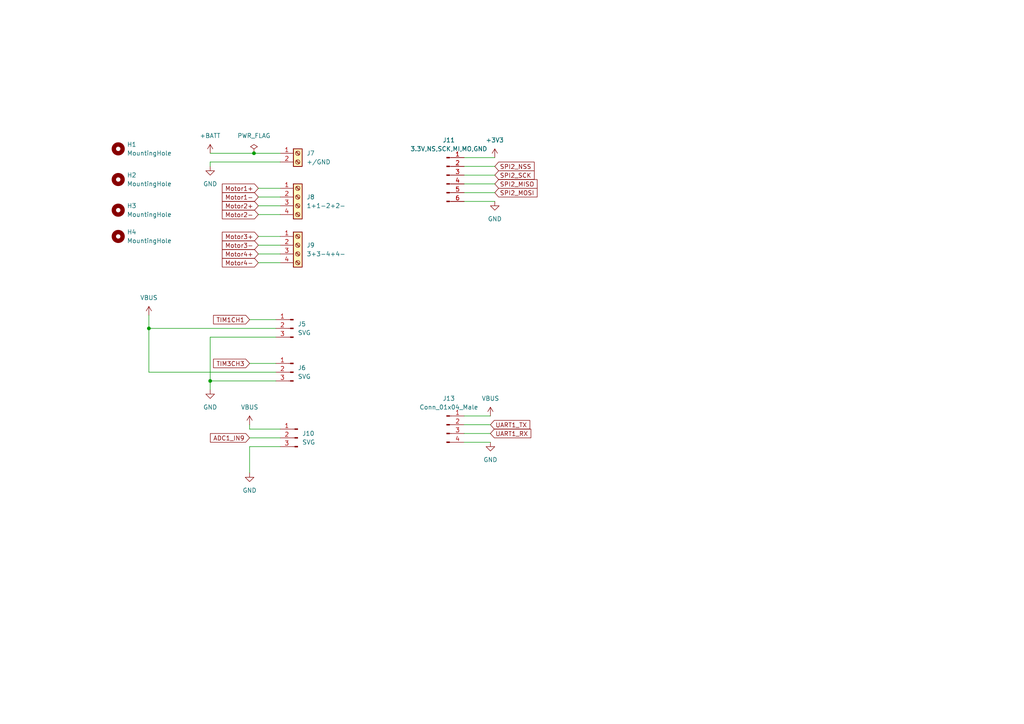
<source format=kicad_sch>
(kicad_sch (version 20211123) (generator eeschema)

  (uuid 55882d92-db91-4726-a6fe-315ca90a73f1)

  (paper "A4")

  (title_block
    (title "Robotic navigation system ")
    (date "2/26/2022")
    (company "Solarwind robotics")
  )

  (lib_symbols
    (symbol "Connector:Conn_01x03_Male" (pin_names (offset 1.016) hide) (in_bom yes) (on_board yes)
      (property "Reference" "J" (id 0) (at 0 5.08 0)
        (effects (font (size 1.27 1.27)))
      )
      (property "Value" "Conn_01x03_Male" (id 1) (at 0 -5.08 0)
        (effects (font (size 1.27 1.27)))
      )
      (property "Footprint" "" (id 2) (at 0 0 0)
        (effects (font (size 1.27 1.27)) hide)
      )
      (property "Datasheet" "~" (id 3) (at 0 0 0)
        (effects (font (size 1.27 1.27)) hide)
      )
      (property "ki_keywords" "connector" (id 4) (at 0 0 0)
        (effects (font (size 1.27 1.27)) hide)
      )
      (property "ki_description" "Generic connector, single row, 01x03, script generated (kicad-library-utils/schlib/autogen/connector/)" (id 5) (at 0 0 0)
        (effects (font (size 1.27 1.27)) hide)
      )
      (property "ki_fp_filters" "Connector*:*_1x??_*" (id 6) (at 0 0 0)
        (effects (font (size 1.27 1.27)) hide)
      )
      (symbol "Conn_01x03_Male_1_1"
        (polyline
          (pts
            (xy 1.27 -2.54)
            (xy 0.8636 -2.54)
          )
          (stroke (width 0.1524) (type default) (color 0 0 0 0))
          (fill (type none))
        )
        (polyline
          (pts
            (xy 1.27 0)
            (xy 0.8636 0)
          )
          (stroke (width 0.1524) (type default) (color 0 0 0 0))
          (fill (type none))
        )
        (polyline
          (pts
            (xy 1.27 2.54)
            (xy 0.8636 2.54)
          )
          (stroke (width 0.1524) (type default) (color 0 0 0 0))
          (fill (type none))
        )
        (rectangle (start 0.8636 -2.413) (end 0 -2.667)
          (stroke (width 0.1524) (type default) (color 0 0 0 0))
          (fill (type outline))
        )
        (rectangle (start 0.8636 0.127) (end 0 -0.127)
          (stroke (width 0.1524) (type default) (color 0 0 0 0))
          (fill (type outline))
        )
        (rectangle (start 0.8636 2.667) (end 0 2.413)
          (stroke (width 0.1524) (type default) (color 0 0 0 0))
          (fill (type outline))
        )
        (pin passive line (at 5.08 2.54 180) (length 3.81)
          (name "Pin_1" (effects (font (size 1.27 1.27))))
          (number "1" (effects (font (size 1.27 1.27))))
        )
        (pin passive line (at 5.08 0 180) (length 3.81)
          (name "Pin_2" (effects (font (size 1.27 1.27))))
          (number "2" (effects (font (size 1.27 1.27))))
        )
        (pin passive line (at 5.08 -2.54 180) (length 3.81)
          (name "Pin_3" (effects (font (size 1.27 1.27))))
          (number "3" (effects (font (size 1.27 1.27))))
        )
      )
    )
    (symbol "Connector:Conn_01x04_Male" (pin_names (offset 1.016) hide) (in_bom yes) (on_board yes)
      (property "Reference" "J" (id 0) (at 0 5.08 0)
        (effects (font (size 1.27 1.27)))
      )
      (property "Value" "Conn_01x04_Male" (id 1) (at 0 -7.62 0)
        (effects (font (size 1.27 1.27)))
      )
      (property "Footprint" "" (id 2) (at 0 0 0)
        (effects (font (size 1.27 1.27)) hide)
      )
      (property "Datasheet" "~" (id 3) (at 0 0 0)
        (effects (font (size 1.27 1.27)) hide)
      )
      (property "ki_keywords" "connector" (id 4) (at 0 0 0)
        (effects (font (size 1.27 1.27)) hide)
      )
      (property "ki_description" "Generic connector, single row, 01x04, script generated (kicad-library-utils/schlib/autogen/connector/)" (id 5) (at 0 0 0)
        (effects (font (size 1.27 1.27)) hide)
      )
      (property "ki_fp_filters" "Connector*:*_1x??_*" (id 6) (at 0 0 0)
        (effects (font (size 1.27 1.27)) hide)
      )
      (symbol "Conn_01x04_Male_1_1"
        (polyline
          (pts
            (xy 1.27 -5.08)
            (xy 0.8636 -5.08)
          )
          (stroke (width 0.1524) (type default) (color 0 0 0 0))
          (fill (type none))
        )
        (polyline
          (pts
            (xy 1.27 -2.54)
            (xy 0.8636 -2.54)
          )
          (stroke (width 0.1524) (type default) (color 0 0 0 0))
          (fill (type none))
        )
        (polyline
          (pts
            (xy 1.27 0)
            (xy 0.8636 0)
          )
          (stroke (width 0.1524) (type default) (color 0 0 0 0))
          (fill (type none))
        )
        (polyline
          (pts
            (xy 1.27 2.54)
            (xy 0.8636 2.54)
          )
          (stroke (width 0.1524) (type default) (color 0 0 0 0))
          (fill (type none))
        )
        (rectangle (start 0.8636 -4.953) (end 0 -5.207)
          (stroke (width 0.1524) (type default) (color 0 0 0 0))
          (fill (type outline))
        )
        (rectangle (start 0.8636 -2.413) (end 0 -2.667)
          (stroke (width 0.1524) (type default) (color 0 0 0 0))
          (fill (type outline))
        )
        (rectangle (start 0.8636 0.127) (end 0 -0.127)
          (stroke (width 0.1524) (type default) (color 0 0 0 0))
          (fill (type outline))
        )
        (rectangle (start 0.8636 2.667) (end 0 2.413)
          (stroke (width 0.1524) (type default) (color 0 0 0 0))
          (fill (type outline))
        )
        (pin passive line (at 5.08 2.54 180) (length 3.81)
          (name "Pin_1" (effects (font (size 1.27 1.27))))
          (number "1" (effects (font (size 1.27 1.27))))
        )
        (pin passive line (at 5.08 0 180) (length 3.81)
          (name "Pin_2" (effects (font (size 1.27 1.27))))
          (number "2" (effects (font (size 1.27 1.27))))
        )
        (pin passive line (at 5.08 -2.54 180) (length 3.81)
          (name "Pin_3" (effects (font (size 1.27 1.27))))
          (number "3" (effects (font (size 1.27 1.27))))
        )
        (pin passive line (at 5.08 -5.08 180) (length 3.81)
          (name "Pin_4" (effects (font (size 1.27 1.27))))
          (number "4" (effects (font (size 1.27 1.27))))
        )
      )
    )
    (symbol "Connector:Conn_01x06_Male" (pin_names (offset 1.016) hide) (in_bom yes) (on_board yes)
      (property "Reference" "J" (id 0) (at 0 7.62 0)
        (effects (font (size 1.27 1.27)))
      )
      (property "Value" "Conn_01x06_Male" (id 1) (at 0 -10.16 0)
        (effects (font (size 1.27 1.27)))
      )
      (property "Footprint" "" (id 2) (at 0 0 0)
        (effects (font (size 1.27 1.27)) hide)
      )
      (property "Datasheet" "~" (id 3) (at 0 0 0)
        (effects (font (size 1.27 1.27)) hide)
      )
      (property "ki_keywords" "connector" (id 4) (at 0 0 0)
        (effects (font (size 1.27 1.27)) hide)
      )
      (property "ki_description" "Generic connector, single row, 01x06, script generated (kicad-library-utils/schlib/autogen/connector/)" (id 5) (at 0 0 0)
        (effects (font (size 1.27 1.27)) hide)
      )
      (property "ki_fp_filters" "Connector*:*_1x??_*" (id 6) (at 0 0 0)
        (effects (font (size 1.27 1.27)) hide)
      )
      (symbol "Conn_01x06_Male_1_1"
        (polyline
          (pts
            (xy 1.27 -7.62)
            (xy 0.8636 -7.62)
          )
          (stroke (width 0.1524) (type default) (color 0 0 0 0))
          (fill (type none))
        )
        (polyline
          (pts
            (xy 1.27 -5.08)
            (xy 0.8636 -5.08)
          )
          (stroke (width 0.1524) (type default) (color 0 0 0 0))
          (fill (type none))
        )
        (polyline
          (pts
            (xy 1.27 -2.54)
            (xy 0.8636 -2.54)
          )
          (stroke (width 0.1524) (type default) (color 0 0 0 0))
          (fill (type none))
        )
        (polyline
          (pts
            (xy 1.27 0)
            (xy 0.8636 0)
          )
          (stroke (width 0.1524) (type default) (color 0 0 0 0))
          (fill (type none))
        )
        (polyline
          (pts
            (xy 1.27 2.54)
            (xy 0.8636 2.54)
          )
          (stroke (width 0.1524) (type default) (color 0 0 0 0))
          (fill (type none))
        )
        (polyline
          (pts
            (xy 1.27 5.08)
            (xy 0.8636 5.08)
          )
          (stroke (width 0.1524) (type default) (color 0 0 0 0))
          (fill (type none))
        )
        (rectangle (start 0.8636 -7.493) (end 0 -7.747)
          (stroke (width 0.1524) (type default) (color 0 0 0 0))
          (fill (type outline))
        )
        (rectangle (start 0.8636 -4.953) (end 0 -5.207)
          (stroke (width 0.1524) (type default) (color 0 0 0 0))
          (fill (type outline))
        )
        (rectangle (start 0.8636 -2.413) (end 0 -2.667)
          (stroke (width 0.1524) (type default) (color 0 0 0 0))
          (fill (type outline))
        )
        (rectangle (start 0.8636 0.127) (end 0 -0.127)
          (stroke (width 0.1524) (type default) (color 0 0 0 0))
          (fill (type outline))
        )
        (rectangle (start 0.8636 2.667) (end 0 2.413)
          (stroke (width 0.1524) (type default) (color 0 0 0 0))
          (fill (type outline))
        )
        (rectangle (start 0.8636 5.207) (end 0 4.953)
          (stroke (width 0.1524) (type default) (color 0 0 0 0))
          (fill (type outline))
        )
        (pin passive line (at 5.08 5.08 180) (length 3.81)
          (name "Pin_1" (effects (font (size 1.27 1.27))))
          (number "1" (effects (font (size 1.27 1.27))))
        )
        (pin passive line (at 5.08 2.54 180) (length 3.81)
          (name "Pin_2" (effects (font (size 1.27 1.27))))
          (number "2" (effects (font (size 1.27 1.27))))
        )
        (pin passive line (at 5.08 0 180) (length 3.81)
          (name "Pin_3" (effects (font (size 1.27 1.27))))
          (number "3" (effects (font (size 1.27 1.27))))
        )
        (pin passive line (at 5.08 -2.54 180) (length 3.81)
          (name "Pin_4" (effects (font (size 1.27 1.27))))
          (number "4" (effects (font (size 1.27 1.27))))
        )
        (pin passive line (at 5.08 -5.08 180) (length 3.81)
          (name "Pin_5" (effects (font (size 1.27 1.27))))
          (number "5" (effects (font (size 1.27 1.27))))
        )
        (pin passive line (at 5.08 -7.62 180) (length 3.81)
          (name "Pin_6" (effects (font (size 1.27 1.27))))
          (number "6" (effects (font (size 1.27 1.27))))
        )
      )
    )
    (symbol "Connector:Screw_Terminal_01x02" (pin_names (offset 1.016) hide) (in_bom yes) (on_board yes)
      (property "Reference" "J" (id 0) (at 0 2.54 0)
        (effects (font (size 1.27 1.27)))
      )
      (property "Value" "Screw_Terminal_01x02" (id 1) (at 0 -5.08 0)
        (effects (font (size 1.27 1.27)))
      )
      (property "Footprint" "" (id 2) (at 0 0 0)
        (effects (font (size 1.27 1.27)) hide)
      )
      (property "Datasheet" "~" (id 3) (at 0 0 0)
        (effects (font (size 1.27 1.27)) hide)
      )
      (property "ki_keywords" "screw terminal" (id 4) (at 0 0 0)
        (effects (font (size 1.27 1.27)) hide)
      )
      (property "ki_description" "Generic screw terminal, single row, 01x02, script generated (kicad-library-utils/schlib/autogen/connector/)" (id 5) (at 0 0 0)
        (effects (font (size 1.27 1.27)) hide)
      )
      (property "ki_fp_filters" "TerminalBlock*:*" (id 6) (at 0 0 0)
        (effects (font (size 1.27 1.27)) hide)
      )
      (symbol "Screw_Terminal_01x02_1_1"
        (rectangle (start -1.27 1.27) (end 1.27 -3.81)
          (stroke (width 0.254) (type default) (color 0 0 0 0))
          (fill (type background))
        )
        (circle (center 0 -2.54) (radius 0.635)
          (stroke (width 0.1524) (type default) (color 0 0 0 0))
          (fill (type none))
        )
        (polyline
          (pts
            (xy -0.5334 -2.2098)
            (xy 0.3302 -3.048)
          )
          (stroke (width 0.1524) (type default) (color 0 0 0 0))
          (fill (type none))
        )
        (polyline
          (pts
            (xy -0.5334 0.3302)
            (xy 0.3302 -0.508)
          )
          (stroke (width 0.1524) (type default) (color 0 0 0 0))
          (fill (type none))
        )
        (polyline
          (pts
            (xy -0.3556 -2.032)
            (xy 0.508 -2.8702)
          )
          (stroke (width 0.1524) (type default) (color 0 0 0 0))
          (fill (type none))
        )
        (polyline
          (pts
            (xy -0.3556 0.508)
            (xy 0.508 -0.3302)
          )
          (stroke (width 0.1524) (type default) (color 0 0 0 0))
          (fill (type none))
        )
        (circle (center 0 0) (radius 0.635)
          (stroke (width 0.1524) (type default) (color 0 0 0 0))
          (fill (type none))
        )
        (pin passive line (at -5.08 0 0) (length 3.81)
          (name "Pin_1" (effects (font (size 1.27 1.27))))
          (number "1" (effects (font (size 1.27 1.27))))
        )
        (pin passive line (at -5.08 -2.54 0) (length 3.81)
          (name "Pin_2" (effects (font (size 1.27 1.27))))
          (number "2" (effects (font (size 1.27 1.27))))
        )
      )
    )
    (symbol "Connector:Screw_Terminal_01x04" (pin_names (offset 1.016) hide) (in_bom yes) (on_board yes)
      (property "Reference" "J" (id 0) (at 0 5.08 0)
        (effects (font (size 1.27 1.27)))
      )
      (property "Value" "Screw_Terminal_01x04" (id 1) (at 0 -7.62 0)
        (effects (font (size 1.27 1.27)))
      )
      (property "Footprint" "" (id 2) (at 0 0 0)
        (effects (font (size 1.27 1.27)) hide)
      )
      (property "Datasheet" "~" (id 3) (at 0 0 0)
        (effects (font (size 1.27 1.27)) hide)
      )
      (property "ki_keywords" "screw terminal" (id 4) (at 0 0 0)
        (effects (font (size 1.27 1.27)) hide)
      )
      (property "ki_description" "Generic screw terminal, single row, 01x04, script generated (kicad-library-utils/schlib/autogen/connector/)" (id 5) (at 0 0 0)
        (effects (font (size 1.27 1.27)) hide)
      )
      (property "ki_fp_filters" "TerminalBlock*:*" (id 6) (at 0 0 0)
        (effects (font (size 1.27 1.27)) hide)
      )
      (symbol "Screw_Terminal_01x04_1_1"
        (rectangle (start -1.27 3.81) (end 1.27 -6.35)
          (stroke (width 0.254) (type default) (color 0 0 0 0))
          (fill (type background))
        )
        (circle (center 0 -5.08) (radius 0.635)
          (stroke (width 0.1524) (type default) (color 0 0 0 0))
          (fill (type none))
        )
        (circle (center 0 -2.54) (radius 0.635)
          (stroke (width 0.1524) (type default) (color 0 0 0 0))
          (fill (type none))
        )
        (polyline
          (pts
            (xy -0.5334 -4.7498)
            (xy 0.3302 -5.588)
          )
          (stroke (width 0.1524) (type default) (color 0 0 0 0))
          (fill (type none))
        )
        (polyline
          (pts
            (xy -0.5334 -2.2098)
            (xy 0.3302 -3.048)
          )
          (stroke (width 0.1524) (type default) (color 0 0 0 0))
          (fill (type none))
        )
        (polyline
          (pts
            (xy -0.5334 0.3302)
            (xy 0.3302 -0.508)
          )
          (stroke (width 0.1524) (type default) (color 0 0 0 0))
          (fill (type none))
        )
        (polyline
          (pts
            (xy -0.5334 2.8702)
            (xy 0.3302 2.032)
          )
          (stroke (width 0.1524) (type default) (color 0 0 0 0))
          (fill (type none))
        )
        (polyline
          (pts
            (xy -0.3556 -4.572)
            (xy 0.508 -5.4102)
          )
          (stroke (width 0.1524) (type default) (color 0 0 0 0))
          (fill (type none))
        )
        (polyline
          (pts
            (xy -0.3556 -2.032)
            (xy 0.508 -2.8702)
          )
          (stroke (width 0.1524) (type default) (color 0 0 0 0))
          (fill (type none))
        )
        (polyline
          (pts
            (xy -0.3556 0.508)
            (xy 0.508 -0.3302)
          )
          (stroke (width 0.1524) (type default) (color 0 0 0 0))
          (fill (type none))
        )
        (polyline
          (pts
            (xy -0.3556 3.048)
            (xy 0.508 2.2098)
          )
          (stroke (width 0.1524) (type default) (color 0 0 0 0))
          (fill (type none))
        )
        (circle (center 0 0) (radius 0.635)
          (stroke (width 0.1524) (type default) (color 0 0 0 0))
          (fill (type none))
        )
        (circle (center 0 2.54) (radius 0.635)
          (stroke (width 0.1524) (type default) (color 0 0 0 0))
          (fill (type none))
        )
        (pin passive line (at -5.08 2.54 0) (length 3.81)
          (name "Pin_1" (effects (font (size 1.27 1.27))))
          (number "1" (effects (font (size 1.27 1.27))))
        )
        (pin passive line (at -5.08 0 0) (length 3.81)
          (name "Pin_2" (effects (font (size 1.27 1.27))))
          (number "2" (effects (font (size 1.27 1.27))))
        )
        (pin passive line (at -5.08 -2.54 0) (length 3.81)
          (name "Pin_3" (effects (font (size 1.27 1.27))))
          (number "3" (effects (font (size 1.27 1.27))))
        )
        (pin passive line (at -5.08 -5.08 0) (length 3.81)
          (name "Pin_4" (effects (font (size 1.27 1.27))))
          (number "4" (effects (font (size 1.27 1.27))))
        )
      )
    )
    (symbol "Mechanical:MountingHole" (pin_names (offset 1.016)) (in_bom yes) (on_board yes)
      (property "Reference" "H" (id 0) (at 0 5.08 0)
        (effects (font (size 1.27 1.27)))
      )
      (property "Value" "MountingHole" (id 1) (at 0 3.175 0)
        (effects (font (size 1.27 1.27)))
      )
      (property "Footprint" "" (id 2) (at 0 0 0)
        (effects (font (size 1.27 1.27)) hide)
      )
      (property "Datasheet" "~" (id 3) (at 0 0 0)
        (effects (font (size 1.27 1.27)) hide)
      )
      (property "ki_keywords" "mounting hole" (id 4) (at 0 0 0)
        (effects (font (size 1.27 1.27)) hide)
      )
      (property "ki_description" "Mounting Hole without connection" (id 5) (at 0 0 0)
        (effects (font (size 1.27 1.27)) hide)
      )
      (property "ki_fp_filters" "MountingHole*" (id 6) (at 0 0 0)
        (effects (font (size 1.27 1.27)) hide)
      )
      (symbol "MountingHole_0_1"
        (circle (center 0 0) (radius 1.27)
          (stroke (width 1.27) (type default) (color 0 0 0 0))
          (fill (type none))
        )
      )
    )
    (symbol "power:+3.3V" (power) (pin_names (offset 0)) (in_bom yes) (on_board yes)
      (property "Reference" "#PWR" (id 0) (at 0 -3.81 0)
        (effects (font (size 1.27 1.27)) hide)
      )
      (property "Value" "+3.3V" (id 1) (at 0 3.556 0)
        (effects (font (size 1.27 1.27)))
      )
      (property "Footprint" "" (id 2) (at 0 0 0)
        (effects (font (size 1.27 1.27)) hide)
      )
      (property "Datasheet" "" (id 3) (at 0 0 0)
        (effects (font (size 1.27 1.27)) hide)
      )
      (property "ki_keywords" "power-flag" (id 4) (at 0 0 0)
        (effects (font (size 1.27 1.27)) hide)
      )
      (property "ki_description" "Power symbol creates a global label with name \"+3.3V\"" (id 5) (at 0 0 0)
        (effects (font (size 1.27 1.27)) hide)
      )
      (symbol "+3.3V_0_1"
        (polyline
          (pts
            (xy -0.762 1.27)
            (xy 0 2.54)
          )
          (stroke (width 0) (type default) (color 0 0 0 0))
          (fill (type none))
        )
        (polyline
          (pts
            (xy 0 0)
            (xy 0 2.54)
          )
          (stroke (width 0) (type default) (color 0 0 0 0))
          (fill (type none))
        )
        (polyline
          (pts
            (xy 0 2.54)
            (xy 0.762 1.27)
          )
          (stroke (width 0) (type default) (color 0 0 0 0))
          (fill (type none))
        )
      )
      (symbol "+3.3V_1_1"
        (pin power_in line (at 0 0 90) (length 0) hide
          (name "+3V3" (effects (font (size 1.27 1.27))))
          (number "1" (effects (font (size 1.27 1.27))))
        )
      )
    )
    (symbol "power:+BATT" (power) (pin_names (offset 0)) (in_bom yes) (on_board yes)
      (property "Reference" "#PWR" (id 0) (at 0 -3.81 0)
        (effects (font (size 1.27 1.27)) hide)
      )
      (property "Value" "+BATT" (id 1) (at 0 3.556 0)
        (effects (font (size 1.27 1.27)))
      )
      (property "Footprint" "" (id 2) (at 0 0 0)
        (effects (font (size 1.27 1.27)) hide)
      )
      (property "Datasheet" "" (id 3) (at 0 0 0)
        (effects (font (size 1.27 1.27)) hide)
      )
      (property "ki_keywords" "power-flag battery" (id 4) (at 0 0 0)
        (effects (font (size 1.27 1.27)) hide)
      )
      (property "ki_description" "Power symbol creates a global label with name \"+BATT\"" (id 5) (at 0 0 0)
        (effects (font (size 1.27 1.27)) hide)
      )
      (symbol "+BATT_0_1"
        (polyline
          (pts
            (xy -0.762 1.27)
            (xy 0 2.54)
          )
          (stroke (width 0) (type default) (color 0 0 0 0))
          (fill (type none))
        )
        (polyline
          (pts
            (xy 0 0)
            (xy 0 2.54)
          )
          (stroke (width 0) (type default) (color 0 0 0 0))
          (fill (type none))
        )
        (polyline
          (pts
            (xy 0 2.54)
            (xy 0.762 1.27)
          )
          (stroke (width 0) (type default) (color 0 0 0 0))
          (fill (type none))
        )
      )
      (symbol "+BATT_1_1"
        (pin power_in line (at 0 0 90) (length 0) hide
          (name "+BATT" (effects (font (size 1.27 1.27))))
          (number "1" (effects (font (size 1.27 1.27))))
        )
      )
    )
    (symbol "power:GND" (power) (pin_names (offset 0)) (in_bom yes) (on_board yes)
      (property "Reference" "#PWR" (id 0) (at 0 -6.35 0)
        (effects (font (size 1.27 1.27)) hide)
      )
      (property "Value" "GND" (id 1) (at 0 -3.81 0)
        (effects (font (size 1.27 1.27)))
      )
      (property "Footprint" "" (id 2) (at 0 0 0)
        (effects (font (size 1.27 1.27)) hide)
      )
      (property "Datasheet" "" (id 3) (at 0 0 0)
        (effects (font (size 1.27 1.27)) hide)
      )
      (property "ki_keywords" "power-flag" (id 4) (at 0 0 0)
        (effects (font (size 1.27 1.27)) hide)
      )
      (property "ki_description" "Power symbol creates a global label with name \"GND\" , ground" (id 5) (at 0 0 0)
        (effects (font (size 1.27 1.27)) hide)
      )
      (symbol "GND_0_1"
        (polyline
          (pts
            (xy 0 0)
            (xy 0 -1.27)
            (xy 1.27 -1.27)
            (xy 0 -2.54)
            (xy -1.27 -1.27)
            (xy 0 -1.27)
          )
          (stroke (width 0) (type default) (color 0 0 0 0))
          (fill (type none))
        )
      )
      (symbol "GND_1_1"
        (pin power_in line (at 0 0 270) (length 0) hide
          (name "GND" (effects (font (size 1.27 1.27))))
          (number "1" (effects (font (size 1.27 1.27))))
        )
      )
    )
    (symbol "power:PWR_FLAG" (power) (pin_numbers hide) (pin_names (offset 0) hide) (in_bom yes) (on_board yes)
      (property "Reference" "#FLG" (id 0) (at 0 1.905 0)
        (effects (font (size 1.27 1.27)) hide)
      )
      (property "Value" "PWR_FLAG" (id 1) (at 0 3.81 0)
        (effects (font (size 1.27 1.27)))
      )
      (property "Footprint" "" (id 2) (at 0 0 0)
        (effects (font (size 1.27 1.27)) hide)
      )
      (property "Datasheet" "~" (id 3) (at 0 0 0)
        (effects (font (size 1.27 1.27)) hide)
      )
      (property "ki_keywords" "power-flag" (id 4) (at 0 0 0)
        (effects (font (size 1.27 1.27)) hide)
      )
      (property "ki_description" "Special symbol for telling ERC where power comes from" (id 5) (at 0 0 0)
        (effects (font (size 1.27 1.27)) hide)
      )
      (symbol "PWR_FLAG_0_0"
        (pin power_out line (at 0 0 90) (length 0)
          (name "pwr" (effects (font (size 1.27 1.27))))
          (number "1" (effects (font (size 1.27 1.27))))
        )
      )
      (symbol "PWR_FLAG_0_1"
        (polyline
          (pts
            (xy 0 0)
            (xy 0 1.27)
            (xy -1.016 1.905)
            (xy 0 2.54)
            (xy 1.016 1.905)
            (xy 0 1.27)
          )
          (stroke (width 0) (type default) (color 0 0 0 0))
          (fill (type none))
        )
      )
    )
    (symbol "power:VBUS" (power) (pin_names (offset 0)) (in_bom yes) (on_board yes)
      (property "Reference" "#PWR" (id 0) (at 0 -3.81 0)
        (effects (font (size 1.27 1.27)) hide)
      )
      (property "Value" "VBUS" (id 1) (at 0 3.81 0)
        (effects (font (size 1.27 1.27)))
      )
      (property "Footprint" "" (id 2) (at 0 0 0)
        (effects (font (size 1.27 1.27)) hide)
      )
      (property "Datasheet" "" (id 3) (at 0 0 0)
        (effects (font (size 1.27 1.27)) hide)
      )
      (property "ki_keywords" "power-flag" (id 4) (at 0 0 0)
        (effects (font (size 1.27 1.27)) hide)
      )
      (property "ki_description" "Power symbol creates a global label with name \"VBUS\"" (id 5) (at 0 0 0)
        (effects (font (size 1.27 1.27)) hide)
      )
      (symbol "VBUS_0_1"
        (polyline
          (pts
            (xy -0.762 1.27)
            (xy 0 2.54)
          )
          (stroke (width 0) (type default) (color 0 0 0 0))
          (fill (type none))
        )
        (polyline
          (pts
            (xy 0 0)
            (xy 0 2.54)
          )
          (stroke (width 0) (type default) (color 0 0 0 0))
          (fill (type none))
        )
        (polyline
          (pts
            (xy 0 2.54)
            (xy 0.762 1.27)
          )
          (stroke (width 0) (type default) (color 0 0 0 0))
          (fill (type none))
        )
      )
      (symbol "VBUS_1_1"
        (pin power_in line (at 0 0 90) (length 0) hide
          (name "VBUS" (effects (font (size 1.27 1.27))))
          (number "1" (effects (font (size 1.27 1.27))))
        )
      )
    )
  )

  (junction (at 43.18 95.25) (diameter 0) (color 0 0 0 0)
    (uuid 2d90e9f3-42d4-499d-bd40-77c5db0af246)
  )
  (junction (at 60.96 110.49) (diameter 0) (color 0 0 0 0)
    (uuid a2070d37-2fda-492b-8699-0ddbc8ccded6)
  )
  (junction (at 73.66 44.45) (diameter 0) (color 0 0 0 0)
    (uuid f9dcb84f-86ff-441f-9323-1a9d4e6eaad0)
  )

  (wire (pts (xy 74.93 71.12) (xy 81.28 71.12))
    (stroke (width 0) (type default) (color 0 0 0 0))
    (uuid 06e12306-eb0e-4b03-94e3-d914b0fa980d)
  )
  (wire (pts (xy 72.39 92.71) (xy 80.01 92.71))
    (stroke (width 0) (type default) (color 0 0 0 0))
    (uuid 0f80ffae-8502-4724-8782-08ce68f456d4)
  )
  (wire (pts (xy 74.93 76.2) (xy 81.28 76.2))
    (stroke (width 0) (type default) (color 0 0 0 0))
    (uuid 13504891-7d6b-4821-8b81-0f46b85d8f5d)
  )
  (wire (pts (xy 80.01 110.49) (xy 60.96 110.49))
    (stroke (width 0) (type default) (color 0 0 0 0))
    (uuid 2cc30d4d-a59c-4293-92aa-11fa0a6c0eb7)
  )
  (wire (pts (xy 72.39 105.41) (xy 80.01 105.41))
    (stroke (width 0) (type default) (color 0 0 0 0))
    (uuid 32ded4cf-fc24-4f56-af4d-98c5c0e5a743)
  )
  (wire (pts (xy 134.62 120.65) (xy 142.24 120.65))
    (stroke (width 0) (type default) (color 0 0 0 0))
    (uuid 35ce8d61-97c2-4dbc-9a81-433e0e7bd5c1)
  )
  (wire (pts (xy 134.62 125.73) (xy 142.24 125.73))
    (stroke (width 0) (type default) (color 0 0 0 0))
    (uuid 40c81e3d-e23d-433e-b86b-fefd0cafa17e)
  )
  (wire (pts (xy 134.62 48.26) (xy 143.51 48.26))
    (stroke (width 0) (type default) (color 0 0 0 0))
    (uuid 4bee9e72-ae20-441a-88f5-3bd3f2d3f15d)
  )
  (wire (pts (xy 43.18 107.95) (xy 80.01 107.95))
    (stroke (width 0) (type default) (color 0 0 0 0))
    (uuid 56e83d5f-9612-45b2-bc41-9520df027642)
  )
  (wire (pts (xy 74.93 62.23) (xy 81.28 62.23))
    (stroke (width 0) (type default) (color 0 0 0 0))
    (uuid 5c8481b2-88a7-43c3-8a50-839a12401260)
  )
  (wire (pts (xy 72.39 127) (xy 81.28 127))
    (stroke (width 0) (type default) (color 0 0 0 0))
    (uuid 600832d3-b022-4d9e-ad77-eea0faf6027e)
  )
  (wire (pts (xy 60.96 110.49) (xy 60.96 113.03))
    (stroke (width 0) (type default) (color 0 0 0 0))
    (uuid 67698151-d4e4-4b63-b92c-31affb3781c2)
  )
  (wire (pts (xy 74.93 59.69) (xy 81.28 59.69))
    (stroke (width 0) (type default) (color 0 0 0 0))
    (uuid 6775baea-b1fd-4f37-9257-ae1757b3d1b0)
  )
  (wire (pts (xy 74.93 73.66) (xy 81.28 73.66))
    (stroke (width 0) (type default) (color 0 0 0 0))
    (uuid 6dd57236-f6ce-48a6-ac5e-69dca86edd54)
  )
  (wire (pts (xy 81.28 124.46) (xy 72.39 124.46))
    (stroke (width 0) (type default) (color 0 0 0 0))
    (uuid 70b9d5d0-20c9-42b7-a64e-51c445ef5bec)
  )
  (wire (pts (xy 74.93 68.58) (xy 81.28 68.58))
    (stroke (width 0) (type default) (color 0 0 0 0))
    (uuid 81b8bb97-17fe-4630-b75f-c0eccb7b458a)
  )
  (wire (pts (xy 72.39 124.46) (xy 72.39 123.19))
    (stroke (width 0) (type default) (color 0 0 0 0))
    (uuid 8558bcbf-213f-4092-ae2d-61610ee87c7e)
  )
  (wire (pts (xy 81.28 46.99) (xy 60.96 46.99))
    (stroke (width 0) (type default) (color 0 0 0 0))
    (uuid 883a3c9a-6f6e-4f99-9441-13c75f2f4494)
  )
  (wire (pts (xy 72.39 129.54) (xy 81.28 129.54))
    (stroke (width 0) (type default) (color 0 0 0 0))
    (uuid 8e33263c-28d9-4467-9237-f30210eb6b08)
  )
  (wire (pts (xy 134.62 123.19) (xy 142.24 123.19))
    (stroke (width 0) (type default) (color 0 0 0 0))
    (uuid 9a70ec4f-ac39-4b25-ab0c-471c3b24b611)
  )
  (wire (pts (xy 43.18 95.25) (xy 80.01 95.25))
    (stroke (width 0) (type default) (color 0 0 0 0))
    (uuid 9e6e9199-922d-4b6a-94c4-9673f1f0648a)
  )
  (wire (pts (xy 134.62 128.27) (xy 142.24 128.27))
    (stroke (width 0) (type default) (color 0 0 0 0))
    (uuid 9ea1d918-4c0e-4ef1-a734-cc73a4661fdf)
  )
  (wire (pts (xy 60.96 46.99) (xy 60.96 48.26))
    (stroke (width 0) (type default) (color 0 0 0 0))
    (uuid ac1f844e-5f51-424c-b4a1-2826d22f0838)
  )
  (wire (pts (xy 134.62 55.88) (xy 143.51 55.88))
    (stroke (width 0) (type default) (color 0 0 0 0))
    (uuid ae47b663-9a76-4aba-9886-da62c82dbefa)
  )
  (wire (pts (xy 134.62 58.42) (xy 143.51 58.42))
    (stroke (width 0) (type default) (color 0 0 0 0))
    (uuid b0f6206c-fe21-4cf4-bbc9-c0943831ee5c)
  )
  (wire (pts (xy 134.62 50.8) (xy 143.51 50.8))
    (stroke (width 0) (type default) (color 0 0 0 0))
    (uuid bef3762a-7a58-4d77-83fe-05313f0176ec)
  )
  (wire (pts (xy 72.39 129.54) (xy 72.39 137.16))
    (stroke (width 0) (type default) (color 0 0 0 0))
    (uuid c0ae3945-290e-4d2d-8b82-1bac9cfd0448)
  )
  (wire (pts (xy 43.18 95.25) (xy 43.18 91.44))
    (stroke (width 0) (type default) (color 0 0 0 0))
    (uuid c8913872-4453-4dc5-bdf0-547de7534334)
  )
  (wire (pts (xy 134.62 45.72) (xy 143.51 45.72))
    (stroke (width 0) (type default) (color 0 0 0 0))
    (uuid cb6437bd-3905-49e2-9547-d36658c1a591)
  )
  (wire (pts (xy 73.66 44.45) (xy 81.28 44.45))
    (stroke (width 0) (type default) (color 0 0 0 0))
    (uuid d85e3cef-ab68-4b03-8cda-f7164f30a9bd)
  )
  (wire (pts (xy 74.93 54.61) (xy 81.28 54.61))
    (stroke (width 0) (type default) (color 0 0 0 0))
    (uuid d9e5c7e4-f6c2-48cb-8f97-0cfb1ddc89d3)
  )
  (wire (pts (xy 43.18 107.95) (xy 43.18 95.25))
    (stroke (width 0) (type default) (color 0 0 0 0))
    (uuid dd728782-a6c7-47bb-a0aa-f3ef0444b65c)
  )
  (wire (pts (xy 74.93 57.15) (xy 81.28 57.15))
    (stroke (width 0) (type default) (color 0 0 0 0))
    (uuid ef6b9dc8-5964-4395-8900-7f7ba010cc2a)
  )
  (wire (pts (xy 60.96 97.79) (xy 60.96 110.49))
    (stroke (width 0) (type default) (color 0 0 0 0))
    (uuid f36b2486-ca9b-46a6-bcc4-e5cd3a8197ce)
  )
  (wire (pts (xy 134.62 53.34) (xy 143.51 53.34))
    (stroke (width 0) (type default) (color 0 0 0 0))
    (uuid f53b157a-edf1-4869-b640-ce96a225b6dc)
  )
  (wire (pts (xy 60.96 44.45) (xy 73.66 44.45))
    (stroke (width 0) (type default) (color 0 0 0 0))
    (uuid f77050d2-2c07-42e9-a843-afda023f359d)
  )
  (wire (pts (xy 80.01 97.79) (xy 60.96 97.79))
    (stroke (width 0) (type default) (color 0 0 0 0))
    (uuid fbdb598e-20f0-4633-b34e-c4a4568c7518)
  )

  (global_label "SPI2_NSS" (shape input) (at 143.51 48.26 0) (fields_autoplaced)
    (effects (font (size 1.27 1.27)) (justify left))
    (uuid 167228d6-e33b-4427-91b1-14645f6d30d6)
    (property "Intersheet References" "${INTERSHEET_REFS}" (id 0) (at 154.9341 48.1806 0)
      (effects (font (size 1.27 1.27)) (justify left) hide)
    )
  )
  (global_label "Motor3+" (shape input) (at 74.93 68.58 180) (fields_autoplaced)
    (effects (font (size 1.27 1.27)) (justify right))
    (uuid 27e61fad-267e-4da2-8282-cfaf45f08116)
    (property "Intersheet References" "${INTERSHEET_REFS}" (id 0) (at 64.4736 68.5006 0)
      (effects (font (size 1.27 1.27)) (justify right) hide)
    )
  )
  (global_label "UART1_TX" (shape input) (at 142.24 123.19 0) (fields_autoplaced)
    (effects (font (size 1.27 1.27)) (justify left))
    (uuid 29d682ad-8d61-4f4e-819a-e4ea328d835a)
    (property "Intersheet References" "${INTERSHEET_REFS}" (id 0) (at 153.6641 123.1106 0)
      (effects (font (size 1.27 1.27)) (justify left) hide)
    )
  )
  (global_label "Motor1+" (shape input) (at 74.93 54.61 180) (fields_autoplaced)
    (effects (font (size 1.27 1.27)) (justify right))
    (uuid 47698d3f-8974-4a89-a47b-7de49e957e5c)
    (property "Intersheet References" "${INTERSHEET_REFS}" (id 0) (at 64.4736 54.5306 0)
      (effects (font (size 1.27 1.27)) (justify right) hide)
    )
  )
  (global_label "Motor4-" (shape input) (at 74.93 76.2 180) (fields_autoplaced)
    (effects (font (size 1.27 1.27)) (justify right))
    (uuid 5cc6dc69-e684-4304-8861-a70787e84621)
    (property "Intersheet References" "${INTERSHEET_REFS}" (id 0) (at 64.4736 76.1206 0)
      (effects (font (size 1.27 1.27)) (justify right) hide)
    )
  )
  (global_label "UART1_RX" (shape input) (at 142.24 125.73 0) (fields_autoplaced)
    (effects (font (size 1.27 1.27)) (justify left))
    (uuid 5dd9331b-14fc-438b-bcc8-6318b45292c2)
    (property "Intersheet References" "${INTERSHEET_REFS}" (id 0) (at 153.9664 125.6506 0)
      (effects (font (size 1.27 1.27)) (justify left) hide)
    )
  )
  (global_label "SPI2_MISO" (shape input) (at 143.51 53.34 0) (fields_autoplaced)
    (effects (font (size 1.27 1.27)) (justify left))
    (uuid 61662b3e-bc4e-43d6-99ea-54efbd4033ac)
    (property "Intersheet References" "${INTERSHEET_REFS}" (id 0) (at 155.7807 53.2606 0)
      (effects (font (size 1.27 1.27)) (justify left) hide)
    )
  )
  (global_label "SPI2_MOSI" (shape input) (at 143.51 55.88 0) (fields_autoplaced)
    (effects (font (size 1.27 1.27)) (justify left))
    (uuid 64d286bb-7089-4974-83fb-f78e8163faad)
    (property "Intersheet References" "${INTERSHEET_REFS}" (id 0) (at 155.7807 55.8006 0)
      (effects (font (size 1.27 1.27)) (justify left) hide)
    )
  )
  (global_label "Motor4+" (shape input) (at 74.93 73.66 180) (fields_autoplaced)
    (effects (font (size 1.27 1.27)) (justify right))
    (uuid 9819dc26-07ee-4fd1-a3a2-98e9b87ae713)
    (property "Intersheet References" "${INTERSHEET_REFS}" (id 0) (at 64.4736 73.5806 0)
      (effects (font (size 1.27 1.27)) (justify right) hide)
    )
  )
  (global_label "ADC1_IN9" (shape input) (at 72.39 127 180) (fields_autoplaced)
    (effects (font (size 1.27 1.27)) (justify right))
    (uuid b053a514-e6ba-49ad-8e30-fa7aed5add6e)
    (property "Intersheet References" "${INTERSHEET_REFS}" (id 0) (at 61.0264 126.9206 0)
      (effects (font (size 1.27 1.27)) (justify right) hide)
    )
  )
  (global_label "Motor3-" (shape input) (at 74.93 71.12 180) (fields_autoplaced)
    (effects (font (size 1.27 1.27)) (justify right))
    (uuid bdbe6c47-fc4d-43db-9215-244414553d42)
    (property "Intersheet References" "${INTERSHEET_REFS}" (id 0) (at 64.4736 71.0406 0)
      (effects (font (size 1.27 1.27)) (justify right) hide)
    )
  )
  (global_label "Motor2-" (shape input) (at 74.93 62.23 180) (fields_autoplaced)
    (effects (font (size 1.27 1.27)) (justify right))
    (uuid bf5b1d39-927c-4057-b64c-a21da904847b)
    (property "Intersheet References" "${INTERSHEET_REFS}" (id 0) (at 64.4736 62.1506 0)
      (effects (font (size 1.27 1.27)) (justify right) hide)
    )
  )
  (global_label "Motor1-" (shape input) (at 74.93 57.15 180) (fields_autoplaced)
    (effects (font (size 1.27 1.27)) (justify right))
    (uuid df94de9e-1426-4d4c-a4e4-16c83c3825e7)
    (property "Intersheet References" "${INTERSHEET_REFS}" (id 0) (at 64.4736 57.0706 0)
      (effects (font (size 1.27 1.27)) (justify right) hide)
    )
  )
  (global_label "SPI2_SCK" (shape input) (at 143.51 50.8 0) (fields_autoplaced)
    (effects (font (size 1.27 1.27)) (justify left))
    (uuid e66f9f3f-8d21-48e3-bd27-5a9ce5ce26f2)
    (property "Intersheet References" "${INTERSHEET_REFS}" (id 0) (at 154.9341 50.7206 0)
      (effects (font (size 1.27 1.27)) (justify left) hide)
    )
  )
  (global_label "TIM3CH3" (shape input) (at 72.39 105.41 180) (fields_autoplaced)
    (effects (font (size 1.27 1.27)) (justify right))
    (uuid e682c513-e456-42a1-a33c-346c0aedc6ab)
    (property "Intersheet References" "${INTERSHEET_REFS}" (id 0) (at 61.9336 105.3306 0)
      (effects (font (size 1.27 1.27)) (justify right) hide)
    )
  )
  (global_label "TIM1CH1" (shape input) (at 72.39 92.71 180) (fields_autoplaced)
    (effects (font (size 1.27 1.27)) (justify right))
    (uuid f8288f90-22a8-472c-9acb-e977106bfd59)
    (property "Intersheet References" "${INTERSHEET_REFS}" (id 0) (at 61.9336 92.6306 0)
      (effects (font (size 1.27 1.27)) (justify right) hide)
    )
  )
  (global_label "Motor2+" (shape input) (at 74.93 59.69 180) (fields_autoplaced)
    (effects (font (size 1.27 1.27)) (justify right))
    (uuid fa7ecc2a-b0c4-4d16-a9ca-fa7b339841da)
    (property "Intersheet References" "${INTERSHEET_REFS}" (id 0) (at 64.4736 59.6106 0)
      (effects (font (size 1.27 1.27)) (justify right) hide)
    )
  )

  (symbol (lib_id "power:VBUS") (at 72.39 123.19 0) (unit 1)
    (in_bom yes) (on_board yes) (fields_autoplaced)
    (uuid 07e34ad5-a968-46b2-b5c1-001e823d7fcf)
    (property "Reference" "#PWR045" (id 0) (at 72.39 127 0)
      (effects (font (size 1.27 1.27)) hide)
    )
    (property "Value" "VBUS" (id 1) (at 72.39 118.11 0))
    (property "Footprint" "" (id 2) (at 72.39 123.19 0)
      (effects (font (size 1.27 1.27)) hide)
    )
    (property "Datasheet" "" (id 3) (at 72.39 123.19 0)
      (effects (font (size 1.27 1.27)) hide)
    )
    (pin "1" (uuid 971d2439-168f-4881-b4b3-2a8bf26b01f9))
  )

  (symbol (lib_id "Connector:Conn_01x03_Male") (at 86.36 127 0) (mirror y) (unit 1)
    (in_bom yes) (on_board yes) (fields_autoplaced)
    (uuid 2cb39711-2bec-416a-ac55-a5bd8412ac4c)
    (property "Reference" "J10" (id 0) (at 87.63 125.7299 0)
      (effects (font (size 1.27 1.27)) (justify right))
    )
    (property "Value" "SVG" (id 1) (at 87.63 128.2699 0)
      (effects (font (size 1.27 1.27)) (justify right))
    )
    (property "Footprint" "Connector_PinHeader_2.54mm:PinHeader_1x03_P2.54mm_Vertical" (id 2) (at 86.36 127 0)
      (effects (font (size 1.27 1.27)) hide)
    )
    (property "Datasheet" "~" (id 3) (at 86.36 127 0)
      (effects (font (size 1.27 1.27)) hide)
    )
    (property "LCSC" "C49257" (id 4) (at 86.36 127 0)
      (effects (font (size 1.27 1.27)) hide)
    )
    (pin "1" (uuid 9ccc982c-7bda-47b3-9d8d-9fc07f471d14))
    (pin "2" (uuid 60b605af-64a5-44ab-832a-e2047945b203))
    (pin "3" (uuid 9e0d80ac-f4f2-470b-baed-d7a8e55ddad7))
  )

  (symbol (lib_id "power:GND") (at 60.96 113.03 0) (unit 1)
    (in_bom yes) (on_board yes) (fields_autoplaced)
    (uuid 337e0e69-6dea-4c16-bced-815445a31f3b)
    (property "Reference" "#PWR044" (id 0) (at 60.96 119.38 0)
      (effects (font (size 1.27 1.27)) hide)
    )
    (property "Value" "GND" (id 1) (at 60.96 118.11 0))
    (property "Footprint" "" (id 2) (at 60.96 113.03 0)
      (effects (font (size 1.27 1.27)) hide)
    )
    (property "Datasheet" "" (id 3) (at 60.96 113.03 0)
      (effects (font (size 1.27 1.27)) hide)
    )
    (pin "1" (uuid 308789eb-362d-4474-8510-92206912cd07))
  )

  (symbol (lib_id "power:+3.3V") (at 143.51 45.72 0) (unit 1)
    (in_bom yes) (on_board yes) (fields_autoplaced)
    (uuid 3c32e9d4-23bc-4519-be30-2ab8ee59b7b0)
    (property "Reference" "#PWR048" (id 0) (at 143.51 49.53 0)
      (effects (font (size 1.27 1.27)) hide)
    )
    (property "Value" "+3.3V" (id 1) (at 143.51 40.64 0))
    (property "Footprint" "" (id 2) (at 143.51 45.72 0)
      (effects (font (size 1.27 1.27)) hide)
    )
    (property "Datasheet" "" (id 3) (at 143.51 45.72 0)
      (effects (font (size 1.27 1.27)) hide)
    )
    (pin "1" (uuid 982a7f7e-d32a-446d-b342-18a3f21d4fb0))
  )

  (symbol (lib_id "power:PWR_FLAG") (at 73.66 44.45 0) (unit 1)
    (in_bom yes) (on_board yes) (fields_autoplaced)
    (uuid 3e2c30b1-d0ea-4c47-aab4-bd6aefd01618)
    (property "Reference" "#FLG02" (id 0) (at 73.66 42.545 0)
      (effects (font (size 1.27 1.27)) hide)
    )
    (property "Value" "PWR_FLAG" (id 1) (at 73.66 39.37 0))
    (property "Footprint" "" (id 2) (at 73.66 44.45 0)
      (effects (font (size 1.27 1.27)) hide)
    )
    (property "Datasheet" "~" (id 3) (at 73.66 44.45 0)
      (effects (font (size 1.27 1.27)) hide)
    )
    (pin "1" (uuid b92e12af-e483-4385-a668-51a257e0f7af))
  )

  (symbol (lib_id "Connector:Conn_01x03_Male") (at 85.09 95.25 0) (mirror y) (unit 1)
    (in_bom yes) (on_board yes) (fields_autoplaced)
    (uuid 42acc9a0-d1b8-43fa-9bbb-8800642e6d0f)
    (property "Reference" "J5" (id 0) (at 86.36 93.9799 0)
      (effects (font (size 1.27 1.27)) (justify right))
    )
    (property "Value" "SVG" (id 1) (at 86.36 96.5199 0)
      (effects (font (size 1.27 1.27)) (justify right))
    )
    (property "Footprint" "Connector_PinHeader_2.54mm:PinHeader_1x03_P2.54mm_Vertical" (id 2) (at 85.09 95.25 0)
      (effects (font (size 1.27 1.27)) hide)
    )
    (property "Datasheet" "~" (id 3) (at 85.09 95.25 0)
      (effects (font (size 1.27 1.27)) hide)
    )
    (property "LCSC" "C49257" (id 4) (at 85.09 95.25 0)
      (effects (font (size 1.27 1.27)) hide)
    )
    (pin "1" (uuid 170d5be9-a8bd-41b6-b61c-bd1dfcdd979c))
    (pin "2" (uuid 9da56d6c-06fe-489f-a544-ce0f53f53479))
    (pin "3" (uuid 52f7d1c0-de6a-490f-af2a-2d2970b728f0))
  )

  (symbol (lib_id "Connector:Conn_01x03_Male") (at 85.09 107.95 0) (mirror y) (unit 1)
    (in_bom yes) (on_board yes) (fields_autoplaced)
    (uuid 538c67e3-ea25-4644-a03a-c9fecdf5be72)
    (property "Reference" "J6" (id 0) (at 86.36 106.6799 0)
      (effects (font (size 1.27 1.27)) (justify right))
    )
    (property "Value" "SVG" (id 1) (at 86.36 109.2199 0)
      (effects (font (size 1.27 1.27)) (justify right))
    )
    (property "Footprint" "Connector_PinHeader_2.54mm:PinHeader_1x03_P2.54mm_Vertical" (id 2) (at 85.09 107.95 0)
      (effects (font (size 1.27 1.27)) hide)
    )
    (property "Datasheet" "~" (id 3) (at 85.09 107.95 0)
      (effects (font (size 1.27 1.27)) hide)
    )
    (property "LCSC" "C49257" (id 4) (at 85.09 107.95 0)
      (effects (font (size 1.27 1.27)) hide)
    )
    (pin "1" (uuid ad0b94cf-37ca-402d-814b-f934e5490a04))
    (pin "2" (uuid 4229211a-bfde-48c0-8624-79dadc48dceb))
    (pin "3" (uuid 919e37d2-acc2-4abe-85b3-f1207a09da54))
  )

  (symbol (lib_id "Mechanical:MountingHole") (at 34.29 68.58 0) (unit 1)
    (in_bom yes) (on_board yes) (fields_autoplaced)
    (uuid 56d6706b-c3c4-4062-8eb6-dfeec4822e53)
    (property "Reference" "H4" (id 0) (at 36.83 67.3099 0)
      (effects (font (size 1.27 1.27)) (justify left))
    )
    (property "Value" "MountingHole" (id 1) (at 36.83 69.8499 0)
      (effects (font (size 1.27 1.27)) (justify left))
    )
    (property "Footprint" "MountingHole:MountingHole_2.2mm_M2" (id 2) (at 34.29 68.58 0)
      (effects (font (size 1.27 1.27)) hide)
    )
    (property "Datasheet" "~" (id 3) (at 34.29 68.58 0)
      (effects (font (size 1.27 1.27)) hide)
    )
  )

  (symbol (lib_id "power:GND") (at 72.39 137.16 0) (unit 1)
    (in_bom yes) (on_board yes) (fields_autoplaced)
    (uuid 5c5553a3-694f-4ac8-8074-9c5edc17b2d8)
    (property "Reference" "#PWR046" (id 0) (at 72.39 143.51 0)
      (effects (font (size 1.27 1.27)) hide)
    )
    (property "Value" "GND" (id 1) (at 72.39 142.24 0))
    (property "Footprint" "" (id 2) (at 72.39 137.16 0)
      (effects (font (size 1.27 1.27)) hide)
    )
    (property "Datasheet" "" (id 3) (at 72.39 137.16 0)
      (effects (font (size 1.27 1.27)) hide)
    )
    (pin "1" (uuid 676c586a-23fc-4fc3-9360-ca3f081cb514))
  )

  (symbol (lib_id "Connector:Screw_Terminal_01x04") (at 86.36 57.15 0) (unit 1)
    (in_bom yes) (on_board yes) (fields_autoplaced)
    (uuid 7a254fe0-2e3d-4757-94a8-e8063c9b286a)
    (property "Reference" "J8" (id 0) (at 88.9 57.1499 0)
      (effects (font (size 1.27 1.27)) (justify left))
    )
    (property "Value" "1+1-2+2-" (id 1) (at 88.9 59.6899 0)
      (effects (font (size 1.27 1.27)) (justify left))
    )
    (property "Footprint" "TerminalBlock_Phoenix:TerminalBlock_Phoenix_MPT-0,5-4-2.54_1x04_P2.54mm_Horizontal" (id 2) (at 86.36 57.15 0)
      (effects (font (size 1.27 1.27)) hide)
    )
    (property "Datasheet" "~" (id 3) (at 86.36 57.15 0)
      (effects (font (size 1.27 1.27)) hide)
    )
    (property "LCSC" "C474922" (id 4) (at 86.36 57.15 0)
      (effects (font (size 1.27 1.27)) hide)
    )
    (pin "1" (uuid 1fd39de6-c675-4b36-92eb-3f5496e320f5))
    (pin "2" (uuid 1ad3bf1f-9303-45c0-999e-fd86630f1acc))
    (pin "3" (uuid c80c2f0c-b0dc-4cde-8c96-7aef99a59963))
    (pin "4" (uuid a0dacf1a-db53-4746-a74c-4fadb7233f1e))
  )

  (symbol (lib_id "Connector:Screw_Terminal_01x02") (at 86.36 44.45 0) (unit 1)
    (in_bom yes) (on_board yes) (fields_autoplaced)
    (uuid 7c2b5d43-df0e-45f3-9932-085d961c810d)
    (property "Reference" "J7" (id 0) (at 88.9 44.4499 0)
      (effects (font (size 1.27 1.27)) (justify left))
    )
    (property "Value" "+/GND" (id 1) (at 88.9 46.9899 0)
      (effects (font (size 1.27 1.27)) (justify left))
    )
    (property "Footprint" "TerminalBlock_Phoenix:TerminalBlock_Phoenix_MPT-0,5-2-2.54_1x02_P2.54mm_Horizontal" (id 2) (at 86.36 44.45 0)
      (effects (font (size 1.27 1.27)) hide)
    )
    (property "Datasheet" "~" (id 3) (at 86.36 44.45 0)
      (effects (font (size 1.27 1.27)) hide)
    )
    (property "LCSC" "C474920" (id 4) (at 86.36 44.45 0)
      (effects (font (size 1.27 1.27)) hide)
    )
    (pin "1" (uuid 888ae581-57a5-4ad1-b2d2-d83fd6b013c9))
    (pin "2" (uuid 6581eab5-4684-48a9-aafb-ae7149cb81a1))
  )

  (symbol (lib_id "Connector:Screw_Terminal_01x04") (at 86.36 71.12 0) (unit 1)
    (in_bom yes) (on_board yes) (fields_autoplaced)
    (uuid 7cf75264-29e7-4e7d-978d-d3801bc8009f)
    (property "Reference" "J9" (id 0) (at 88.9 71.1199 0)
      (effects (font (size 1.27 1.27)) (justify left))
    )
    (property "Value" "3+3-4+4-" (id 1) (at 88.9 73.6599 0)
      (effects (font (size 1.27 1.27)) (justify left))
    )
    (property "Footprint" "TerminalBlock_Phoenix:TerminalBlock_Phoenix_MPT-0,5-4-2.54_1x04_P2.54mm_Horizontal" (id 2) (at 86.36 71.12 0)
      (effects (font (size 1.27 1.27)) hide)
    )
    (property "Datasheet" "~" (id 3) (at 86.36 71.12 0)
      (effects (font (size 1.27 1.27)) hide)
    )
    (property "LCSC" "C474922" (id 4) (at 86.36 71.12 0)
      (effects (font (size 1.27 1.27)) hide)
    )
    (pin "1" (uuid 6e105d7d-a5a2-47b0-985d-6b8b21769f84))
    (pin "2" (uuid e1790659-3f8a-42dd-a2bb-efb6e4fd7aa6))
    (pin "3" (uuid 320d9f74-3555-42bd-a50c-25eb7021d72e))
    (pin "4" (uuid 62cdc7e6-4469-476d-8dea-805feeb1cc03))
  )

  (symbol (lib_id "Mechanical:MountingHole") (at 34.29 60.96 0) (unit 1)
    (in_bom yes) (on_board yes) (fields_autoplaced)
    (uuid 84073ab5-430f-47f2-b200-286ac184f43b)
    (property "Reference" "H3" (id 0) (at 36.83 59.6899 0)
      (effects (font (size 1.27 1.27)) (justify left))
    )
    (property "Value" "MountingHole" (id 1) (at 36.83 62.2299 0)
      (effects (font (size 1.27 1.27)) (justify left))
    )
    (property "Footprint" "MountingHole:MountingHole_2.2mm_M2" (id 2) (at 34.29 60.96 0)
      (effects (font (size 1.27 1.27)) hide)
    )
    (property "Datasheet" "~" (id 3) (at 34.29 60.96 0)
      (effects (font (size 1.27 1.27)) hide)
    )
  )

  (symbol (lib_id "Mechanical:MountingHole") (at 34.29 52.07 0) (unit 1)
    (in_bom yes) (on_board yes) (fields_autoplaced)
    (uuid aa63bb77-f547-4438-91ee-e663c938ecbf)
    (property "Reference" "H2" (id 0) (at 36.83 50.7999 0)
      (effects (font (size 1.27 1.27)) (justify left))
    )
    (property "Value" "MountingHole" (id 1) (at 36.83 53.3399 0)
      (effects (font (size 1.27 1.27)) (justify left))
    )
    (property "Footprint" "MountingHole:MountingHole_2.2mm_M2" (id 2) (at 34.29 52.07 0)
      (effects (font (size 1.27 1.27)) hide)
    )
    (property "Datasheet" "~" (id 3) (at 34.29 52.07 0)
      (effects (font (size 1.27 1.27)) hide)
    )
  )

  (symbol (lib_id "power:GND") (at 143.51 58.42 0) (unit 1)
    (in_bom yes) (on_board yes) (fields_autoplaced)
    (uuid b204ee96-95bc-49ea-8dd5-442e6aa0d1b4)
    (property "Reference" "#PWR049" (id 0) (at 143.51 64.77 0)
      (effects (font (size 1.27 1.27)) hide)
    )
    (property "Value" "GND" (id 1) (at 143.51 63.5 0))
    (property "Footprint" "" (id 2) (at 143.51 58.42 0)
      (effects (font (size 1.27 1.27)) hide)
    )
    (property "Datasheet" "" (id 3) (at 143.51 58.42 0)
      (effects (font (size 1.27 1.27)) hide)
    )
    (pin "1" (uuid cab41f85-3464-4b26-8b16-0bc580f03f4b))
  )

  (symbol (lib_id "Connector:Conn_01x06_Male") (at 129.54 50.8 0) (unit 1)
    (in_bom yes) (on_board yes) (fields_autoplaced)
    (uuid c1c70c5c-a1d4-4b37-aee3-3c7878cdc414)
    (property "Reference" "J11" (id 0) (at 130.175 40.64 0))
    (property "Value" "3.3V,NS,SCK,MI,MO,GND" (id 1) (at 130.175 43.18 0))
    (property "Footprint" "Connector_PinHeader_2.54mm:PinHeader_1x06_P2.54mm_Vertical" (id 2) (at 129.54 50.8 0)
      (effects (font (size 1.27 1.27)) hide)
    )
    (property "Datasheet" "~" (id 3) (at 129.54 50.8 0)
      (effects (font (size 1.27 1.27)) hide)
    )
    (property "LCSC" "C37208" (id 4) (at 129.54 50.8 0)
      (effects (font (size 1.27 1.27)) hide)
    )
    (pin "1" (uuid 42fce368-d34f-4c41-832a-093bec961338))
    (pin "2" (uuid 117843ea-6e26-4fce-93c1-b064ae016ed9))
    (pin "3" (uuid 1db1f639-23db-416e-b053-b63a9f7ff983))
    (pin "4" (uuid ea4b22d8-7dce-4943-b8fd-175c5658b5ec))
    (pin "5" (uuid 559406e6-5a02-4217-aec0-6e192ca38fa2))
    (pin "6" (uuid d5d93e95-2e78-47f3-8a63-fad12ec2797a))
  )

  (symbol (lib_id "Connector:Conn_01x04_Male") (at 129.54 123.19 0) (unit 1)
    (in_bom yes) (on_board yes) (fields_autoplaced)
    (uuid c48cfa87-d7ce-4dfd-a3f5-405cb7b501f2)
    (property "Reference" "J13" (id 0) (at 130.175 115.57 0))
    (property "Value" "Conn_01x04_Male" (id 1) (at 130.175 118.11 0))
    (property "Footprint" "Connector_PinHeader_2.54mm:PinHeader_1x04_P2.54mm_Vertical" (id 2) (at 129.54 123.19 0)
      (effects (font (size 1.27 1.27)) hide)
    )
    (property "Datasheet" "~" (id 3) (at 129.54 123.19 0)
      (effects (font (size 1.27 1.27)) hide)
    )
    (property "LCSC" "C272953" (id 4) (at 129.54 123.19 0)
      (effects (font (size 1.27 1.27)) hide)
    )
    (pin "1" (uuid 588e696b-134a-49a5-9107-4cdf461a2a08))
    (pin "2" (uuid e1f2e6f9-d10a-48a4-8b4a-6641ffa91e94))
    (pin "3" (uuid cd7cd613-baee-4f2d-b255-e6324b416e72))
    (pin "4" (uuid db8617d0-4813-45d2-bae6-c2ac53794b53))
  )

  (symbol (lib_id "power:GND") (at 60.96 48.26 0) (unit 1)
    (in_bom yes) (on_board yes) (fields_autoplaced)
    (uuid cad660ee-c88e-4d33-ae98-36f5a70a0bcc)
    (property "Reference" "#PWR043" (id 0) (at 60.96 54.61 0)
      (effects (font (size 1.27 1.27)) hide)
    )
    (property "Value" "GND" (id 1) (at 60.96 53.34 0))
    (property "Footprint" "" (id 2) (at 60.96 48.26 0)
      (effects (font (size 1.27 1.27)) hide)
    )
    (property "Datasheet" "" (id 3) (at 60.96 48.26 0)
      (effects (font (size 1.27 1.27)) hide)
    )
    (pin "1" (uuid fd911250-554c-42ed-b081-9504c8606e97))
  )

  (symbol (lib_id "power:VBUS") (at 142.24 120.65 0) (unit 1)
    (in_bom yes) (on_board yes) (fields_autoplaced)
    (uuid e282c252-f1f6-487a-be87-97f5fdbbd5d4)
    (property "Reference" "#PWR029" (id 0) (at 142.24 124.46 0)
      (effects (font (size 1.27 1.27)) hide)
    )
    (property "Value" "VBUS" (id 1) (at 142.24 115.57 0))
    (property "Footprint" "" (id 2) (at 142.24 120.65 0)
      (effects (font (size 1.27 1.27)) hide)
    )
    (property "Datasheet" "" (id 3) (at 142.24 120.65 0)
      (effects (font (size 1.27 1.27)) hide)
    )
    (pin "1" (uuid c4cd1224-2242-4e5d-baa3-fbe3cf167be3))
  )

  (symbol (lib_id "power:VBUS") (at 43.18 91.44 0) (unit 1)
    (in_bom yes) (on_board yes) (fields_autoplaced)
    (uuid e997a02f-dee2-4ccd-b846-f82dfa4f86f9)
    (property "Reference" "#PWR053" (id 0) (at 43.18 95.25 0)
      (effects (font (size 1.27 1.27)) hide)
    )
    (property "Value" "VBUS" (id 1) (at 43.18 86.36 0))
    (property "Footprint" "" (id 2) (at 43.18 91.44 0)
      (effects (font (size 1.27 1.27)) hide)
    )
    (property "Datasheet" "" (id 3) (at 43.18 91.44 0)
      (effects (font (size 1.27 1.27)) hide)
    )
    (pin "1" (uuid 0cae0df4-12da-4804-91d2-30ae8c305e8e))
  )

  (symbol (lib_id "power:GND") (at 142.24 128.27 0) (unit 1)
    (in_bom yes) (on_board yes) (fields_autoplaced)
    (uuid eef49958-1161-48bb-ac67-80b460918f65)
    (property "Reference" "#PWR031" (id 0) (at 142.24 134.62 0)
      (effects (font (size 1.27 1.27)) hide)
    )
    (property "Value" "GND" (id 1) (at 142.24 133.35 0))
    (property "Footprint" "" (id 2) (at 142.24 128.27 0)
      (effects (font (size 1.27 1.27)) hide)
    )
    (property "Datasheet" "" (id 3) (at 142.24 128.27 0)
      (effects (font (size 1.27 1.27)) hide)
    )
    (pin "1" (uuid 93582f6a-faa4-444d-9121-2bec847dd84d))
  )

  (symbol (lib_id "Mechanical:MountingHole") (at 34.29 43.18 0) (unit 1)
    (in_bom yes) (on_board yes) (fields_autoplaced)
    (uuid f44d0fd0-6110-4664-89f5-62cd5dc46584)
    (property "Reference" "H1" (id 0) (at 36.83 41.9099 0)
      (effects (font (size 1.27 1.27)) (justify left))
    )
    (property "Value" "MountingHole" (id 1) (at 36.83 44.4499 0)
      (effects (font (size 1.27 1.27)) (justify left))
    )
    (property "Footprint" "MountingHole:MountingHole_2.2mm_M2" (id 2) (at 34.29 43.18 0)
      (effects (font (size 1.27 1.27)) hide)
    )
    (property "Datasheet" "~" (id 3) (at 34.29 43.18 0)
      (effects (font (size 1.27 1.27)) hide)
    )
  )

  (symbol (lib_id "power:+BATT") (at 60.96 44.45 0) (unit 1)
    (in_bom yes) (on_board yes) (fields_autoplaced)
    (uuid f9347057-57c1-4c16-8420-4259a4ecff59)
    (property "Reference" "#PWR030" (id 0) (at 60.96 48.26 0)
      (effects (font (size 1.27 1.27)) hide)
    )
    (property "Value" "+BATT" (id 1) (at 60.96 39.37 0))
    (property "Footprint" "" (id 2) (at 60.96 44.45 0)
      (effects (font (size 1.27 1.27)) hide)
    )
    (property "Datasheet" "" (id 3) (at 60.96 44.45 0)
      (effects (font (size 1.27 1.27)) hide)
    )
    (pin "1" (uuid 9bfde444-b810-4ed6-ba17-a4962c4c8222))
  )
)

</source>
